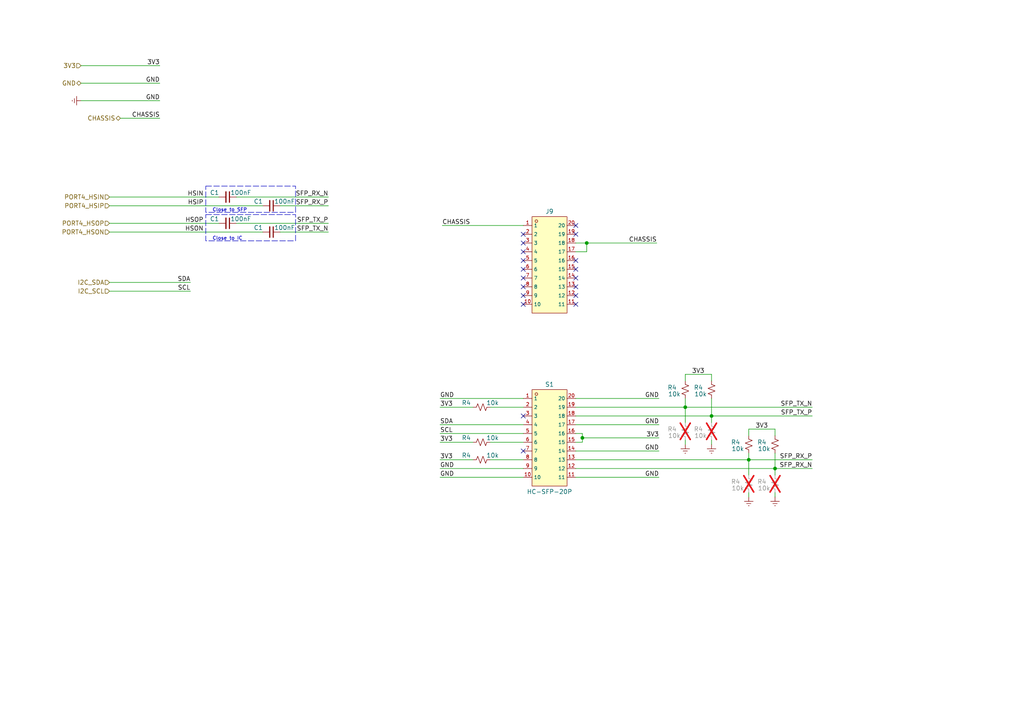
<source format=kicad_sch>
(kicad_sch (version 20230121) (generator eeschema)
  (paper "A4")
  (lib_symbols
    (symbol "LocalSymbolsPrjLib:C_Small" (pin_numbers hide) (pin_names (offset 0.254) hide)
      (property "Reference" "C" (at 0.254 1.778 0))
      (property "Value" "C_Small" (at 0.254 -2.032 0))
      (symbol "C_Small_0_1"
        (polyline (pts (xy -1.524 -0.508) (xy 1.524 -0.508)) (stroke (width 0.3302)))
        (polyline (pts (xy -1.524 0.508) (xy 1.524 0.508)) (stroke (width 0.3048)))
      )
      (symbol "C_Small_1_1"
        (pin passive line (at 0 2.54 270) (length 2.032) (name "~") (number "1"))
        (pin passive line (at 0 -2.54 90) (length 2.032) (name "~") (number "2"))
      )
    )
    (symbol "LocalSymbolsPrjLib:HC-SFP-01L"
      (property "Reference" "J" (at 0 1.27 0))
      (symbol "HC-SFP-01L_0_1"
        (rectangle (start -5.08 13.97) (end 5.08 -13.97) (fill (type background)))
        (circle (center -3.81 12.7) (radius 0.381) (fill (type background)))
        (pin unspecified line (at -7.62 11.43 0) (length 2.54) (name "1") (number "1"))
        (pin unspecified line (at -7.62 -11.43 0) (length 2.54) (name "10") (number "10"))
        (pin unspecified line (at 7.62 -11.43 180) (length 2.54) (name "11") (number "11"))
        (pin unspecified line (at 7.62 -8.89 180) (length 2.54) (name "12") (number "12"))
        (pin unspecified line (at 7.62 -6.35 180) (length 2.54) (name "13") (number "13"))
        (pin unspecified line (at 7.62 -3.81 180) (length 2.54) (name "14") (number "14"))
        (pin unspecified line (at 7.62 -1.27 180) (length 2.54) (name "15") (number "15"))
        (pin unspecified line (at 7.62 1.27 180) (length 2.54) (name "16") (number "16"))
        (pin unspecified line (at 7.62 3.81 180) (length 2.54) (name "17") (number "17"))
        (pin unspecified line (at 7.62 6.35 180) (length 2.54) (name "18") (number "18"))
        (pin unspecified line (at 7.62 8.89 180) (length 2.54) (name "19") (number "19"))
        (pin unspecified line (at -7.62 8.89 0) (length 2.54) (name "2") (number "2"))
        (pin unspecified line (at 7.62 11.43 180) (length 2.54) (name "20") (number "20"))
        (pin unspecified line (at -7.62 6.35 0) (length 2.54) (name "3") (number "3"))
        (pin unspecified line (at -7.62 3.81 0) (length 2.54) (name "4") (number "4"))
        (pin unspecified line (at -7.62 1.27 0) (length 2.54) (name "5") (number "5"))
        (pin unspecified line (at -7.62 -1.27 0) (length 2.54) (name "6") (number "6"))
        (pin unspecified line (at -7.62 -3.81 0) (length 2.54) (name "7") (number "7"))
        (pin unspecified line (at -7.62 -6.35 0) (length 2.54) (name "8") (number "8"))
        (pin unspecified line (at -7.62 -8.89 0) (length 2.54) (name "9") (number "9"))
      )
    )
    (symbol "LocalSymbolsPrjLib:HC-SFP-20P"
      (property "Reference" "S" (at 0 1.27 0))
      (property "Value" "HC-SFP-20P" (at 0 -2.54 0))
      (symbol "HC-SFP-20P_0_1"
        (rectangle (start -5.08 13.97) (end 5.08 -13.97) (fill (type background)))
        (circle (center -3.81 12.7) (radius 0.381) (fill (type background)))
        (pin unspecified line (at -7.62 11.43 0) (length 2.54) (name "1") (number "1"))
        (pin unspecified line (at -7.62 -11.43 0) (length 2.54) (name "10") (number "10"))
        (pin unspecified line (at 7.62 -11.43 180) (length 2.54) (name "11") (number "11"))
        (pin unspecified line (at 7.62 -8.89 180) (length 2.54) (name "12") (number "12"))
        (pin unspecified line (at 7.62 -6.35 180) (length 2.54) (name "13") (number "13"))
        (pin unspecified line (at 7.62 -3.81 180) (length 2.54) (name "14") (number "14"))
        (pin unspecified line (at 7.62 -1.27 180) (length 2.54) (name "15") (number "15"))
        (pin unspecified line (at 7.62 1.27 180) (length 2.54) (name "16") (number "16"))
        (pin unspecified line (at 7.62 3.81 180) (length 2.54) (name "17") (number "17"))
        (pin unspecified line (at 7.62 6.35 180) (length 2.54) (name "18") (number "18"))
        (pin unspecified line (at 7.62 8.89 180) (length 2.54) (name "19") (number "19"))
        (pin unspecified line (at -7.62 8.89 0) (length 2.54) (name "2") (number "2"))
        (pin unspecified line (at 7.62 11.43 180) (length 2.54) (name "20") (number "20"))
        (pin unspecified line (at -7.62 6.35 0) (length 2.54) (name "3") (number "3"))
        (pin unspecified line (at -7.62 3.81 0) (length 2.54) (name "4") (number "4"))
        (pin unspecified line (at -7.62 1.27 0) (length 2.54) (name "5") (number "5"))
        (pin unspecified line (at -7.62 -1.27 0) (length 2.54) (name "6") (number "6"))
        (pin unspecified line (at -7.62 -3.81 0) (length 2.54) (name "7") (number "7"))
        (pin unspecified line (at -7.62 -6.35 0) (length 2.54) (name "8") (number "8"))
        (pin unspecified line (at -7.62 -8.89 0) (length 2.54) (name "9") (number "9"))
      )
    )
    (symbol "LocalSymbolsPrjLib:R_Small_US" (pin_numbers hide) (pin_names (offset 0.254) hide)
      (property "Reference" "R" (at 0.762 0.508 0))
      (property "Value" "R_Small_US" (at 0.762 -1.016 0))
      (symbol "R_Small_US_1_1"
        (polyline (pts (xy 0 0) (xy 1.016 -0.381) (xy 0 -0.762) (xy -1.016 -1.143) (xy 0 -1.524)))
        (polyline (pts (xy 0 1.524) (xy 1.016 1.143) (xy 0 0.762) (xy -1.016 0.381) (xy 0 0)))
        (pin passive line (at 0 2.54 270) (length 1.016) (name "~") (number "1"))
        (pin passive line (at 0 -2.54 90) (length 1.016) (name "~") (number "2"))
      )
    )
    (symbol "power:GNDREF" (power) (pin_names (offset 0))
      (property "Value" "GNDREF" (at 0 -3.81 0))
      (symbol "GNDREF_0_1"
        (polyline (pts (xy -0.635 -1.905) (xy 0.635 -1.905)))
        (polyline (pts (xy -0.127 -2.54) (xy 0.127 -2.54)))
        (polyline (pts (xy 0 -1.27) (xy 0 0)))
        (polyline (pts (xy 1.27 -1.27) (xy -1.27 -1.27)))
      )
      (symbol "GNDREF_1_1"
        (pin power_in line (at 0 0 270) (length 0) hide (name "GNDREF") (number "1"))
      )
    )
  )
  (junction (at 224.79 135.89))
  (junction (at 170.18 70.485))
  (junction (at 217.17 133.35))
  (junction (at 168.91 127))
  (junction (at 206.375 120.65))
  (junction (at 198.755 118.11))
  (no_connect (at 151.765 120.65))
  (no_connect (at 151.765 85.725))
  (no_connect (at 167.005 65.405))
  (no_connect (at 151.765 88.265))
  (no_connect (at 167.005 75.565))
  (no_connect (at 167.005 88.265))
  (no_connect (at 167.005 78.105))
  (no_connect (at 151.765 130.81))
  (no_connect (at 151.765 73.025))
  (no_connect (at 151.765 80.645))
  (no_connect (at 151.765 75.565))
  (no_connect (at 167.005 83.185))
  (no_connect (at 167.005 80.645))
  (no_connect (at 167.005 85.725))
  (no_connect (at 167.005 67.945))
  (no_connect (at 151.765 83.185))
  (no_connect (at 151.765 70.485))
  (no_connect (at 151.765 67.945))
  (no_connect (at 151.765 78.105))
  (wire (pts (xy 167.005 120.65) (xy 206.375 120.65)))
  (wire (pts (xy 167.005 133.35) (xy 217.17 133.35)))
  (wire (pts (xy 167.005 138.43) (xy 191.135 138.43)))
  (wire (pts (xy 127.635 123.19) (xy 151.765 123.19)))
  (wire (pts (xy 167.005 115.57) (xy 191.135 115.57)))
  (wire (pts (xy 46.355 24.13) (xy 23.495 24.13)))
  (wire (pts (xy 217.17 126.365) (xy 217.17 124.46)))
  (wire (pts (xy 31.75 57.15) (xy 63.5 57.15)))
  (wire (pts (xy 137.16 128.27) (xy 127.635 128.27)))
  (wire (pts (xy 142.24 128.27) (xy 151.765 128.27)))
  (wire (pts (xy 224.79 135.89) (xy 224.79 137.795)))
  (wire (pts (xy 217.17 133.35) (xy 235.585 133.35)))
  (wire (pts (xy 137.16 133.35) (xy 127.635 133.35)))
  (wire (pts (xy 217.17 124.46) (xy 224.79 124.46)))
  (wire (pts (xy 81.28 67.31) (xy 95.25 67.31)))
  (wire (pts (xy 168.91 127) (xy 191.135 127)))
  (wire (pts (xy 168.91 125.73) (xy 168.91 127)))
  (wire (pts (xy 168.91 128.27) (xy 167.005 128.27)))
  (wire (pts (xy 224.79 131.445) (xy 224.79 135.89)))
  (wire (pts (xy 167.005 70.485) (xy 170.18 70.485)))
  (wire (pts (xy 224.79 135.89) (xy 235.585 135.89)))
  (wire (pts (xy 46.355 29.21) (xy 23.495 29.21)))
  (wire (pts (xy 31.75 64.77) (xy 63.5 64.77)))
  (wire (pts (xy 167.005 125.73) (xy 168.91 125.73)))
  (wire (pts (xy 81.28 59.69) (xy 95.25 59.69)))
  (wire (pts (xy 167.005 135.89) (xy 224.79 135.89)))
  (wire (pts (xy 46.355 19.05) (xy 23.495 19.05)))
  (wire (pts (xy 127.635 125.73) (xy 151.765 125.73)))
  (wire (pts (xy 167.005 130.81) (xy 191.135 130.81)))
  (wire (pts (xy 68.58 57.15) (xy 95.25 57.15)))
  (wire (pts (xy 68.58 64.77) (xy 95.25 64.77)))
  (wire (pts (xy 31.75 81.915) (xy 55.245 81.915)))
  (wire (pts (xy 151.765 138.43) (xy 127.635 138.43)))
  (wire (pts (xy 31.75 84.455) (xy 55.245 84.455)))
  (wire (pts (xy 198.755 118.11) (xy 198.755 122.555)))
  (wire (pts (xy 142.24 118.11) (xy 151.765 118.11)))
  (wire (pts (xy 206.375 115.57) (xy 206.375 120.65)))
  (wire (pts (xy 127.635 135.89) (xy 151.765 135.89)))
  (wire (pts (xy 151.765 115.57) (xy 127.635 115.57)))
  (wire (pts (xy 170.18 70.485) (xy 190.5 70.485)))
  (wire (pts (xy 167.005 73.025) (xy 170.18 73.025)))
  (wire (pts (xy 198.755 118.11) (xy 235.585 118.11)))
  (wire (pts (xy 217.17 142.875) (xy 217.17 144.145)))
  (wire (pts (xy 31.75 67.31) (xy 76.2 67.31)))
  (wire (pts (xy 217.17 131.445) (xy 217.17 133.35)))
  (wire (pts (xy 206.375 127.635) (xy 206.375 128.905)))
  (wire (pts (xy 137.16 118.11) (xy 127.635 118.11)))
  (wire (pts (xy 31.75 59.69) (xy 76.2 59.69)))
  (wire (pts (xy 224.79 142.875) (xy 224.79 144.145)))
  (wire (pts (xy 142.24 133.35) (xy 151.765 133.35)))
  (wire (pts (xy 206.375 108.585) (xy 206.375 110.49)))
  (wire (pts (xy 198.755 115.57) (xy 198.755 118.11)))
  (wire (pts (xy 217.17 133.35) (xy 217.17 137.795)))
  (wire (pts (xy 224.79 124.46) (xy 224.79 126.365)))
  (wire (pts (xy 198.755 127.635) (xy 198.755 128.905)))
  (wire (pts (xy 151.765 65.405) (xy 128.27 65.405)))
  (wire (pts (xy 167.005 118.11) (xy 198.755 118.11)))
  (wire (pts (xy 198.755 108.585) (xy 206.375 108.585)))
  (wire (pts (xy 34.925 34.29) (xy 46.355 34.29)))
  (wire (pts (xy 167.005 123.19) (xy 191.135 123.19)))
  (wire (pts (xy 206.375 120.65) (xy 235.585 120.65)))
  (wire (pts (xy 170.18 73.025) (xy 170.18 70.485)))
  (wire (pts (xy 168.91 127) (xy 168.91 128.27)))
  (wire (pts (xy 198.755 110.49) (xy 198.755 108.585)))
  (wire (pts (xy 206.375 120.65) (xy 206.375 122.555)))
  (rectangle (start 59.69 62.23) (end 85.725 69.85) (stroke (width 0) (type dash)))
  (rectangle (start 59.69 53.975) (end 85.725 61.595) (stroke (width 0) (type dash)))
  (text "Close to IC" (at 61.595 69.85 0) (effects (font (size 1 1)) (justify left bottom)))
  (text "Close to SFP" (at 61.595 61.595 0) (effects (font (size 1 1)) (justify left bottom)))
  (label "SFP_TX_P" (at 235.585 120.65 180))
  (label "GND" (at 191.135 115.57 180))
  (label "CHASSIS" (at 46.355 34.29 180))
  (label "SCL" (at 127.635 125.73 0))
  (label "CHASSIS" (at 190.5 70.485 180))
  (label "3V3" (at 127.635 133.35 0))
  (label "GND" (at 127.635 115.57 0))
  (label "GND" (at 127.635 138.43 0))
  (label "SFP_TX_P" (at 95.25 64.77 180))
  (label "SDA" (at 55.245 81.915 180))
  (label "SFP_TX_N" (at 95.25 67.31 180))
  (label "HSIP" (at 59.055 59.69 180))
  (label "SDA" (at 127.635 123.19 0))
  (label "GND" (at 191.135 130.81 180))
  (label "GND" (at 127.635 135.89 0))
  (label "SFP_RX_N" (at 95.25 57.15 180))
  (label "SFP_RX_N" (at 235.585 135.89 180))
  (label "3V3" (at 127.635 128.27 0))
  (label "GND" (at 191.135 138.43 180))
  (label "3V3" (at 127.635 118.11 0))
  (label "HSOP" (at 59.055 64.77 180))
  (label "SFP_TX_N" (at 235.585 118.11 180))
  (label "GND" (at 46.355 24.13 180))
  (label "SFP_RX_P" (at 95.25 59.69 180))
  (label "3V3" (at 219.075 124.46 0))
  (label "GND" (at 46.355 29.21 180))
  (label "HSIN" (at 59.055 57.15 180))
  (label "3V3" (at 46.355 19.05 180))
  (label "SCL" (at 55.245 84.455 180))
  (label "CHASSIS" (at 128.27 65.405 0))
  (label "SFP_RX_P" (at 235.585 133.35 180))
  (label "3V3" (at 191.135 127 180))
  (label "HSON" (at 59.055 67.31 180))
  (label "GND" (at 191.135 123.19 180))
  (label "3V3" (at 200.66 108.585 0))
  (hierarchical_label "GND" (shape bidirectional) (at 23.495 24.13 180))
  (hierarchical_label "PORT4_HSON" (shape input) (at 31.75 67.31 180))
  (hierarchical_label "I2C_SDA" (shape input) (at 31.75 81.915 180))
  (hierarchical_label "3V3" (shape input) (at 23.495 19.05 180))
  (hierarchical_label "I2C_SCL" (shape input) (at 31.75 84.455 180))
  (hierarchical_label "PORT4_HSOP" (shape input) (at 31.75 64.77 180))
  (hierarchical_label "CHASSIS" (shape bidirectional) (at 34.925 34.29 180))
  (hierarchical_label "PORT4_HSIN" (shape input) (at 31.75 57.15 180))
  (hierarchical_label "PORT4_HSIP" (shape input) (at 31.75 59.69 180))
  (symbol (lib_id "LocalSymbolsPrjLib:C_Small") (at 66.04 64.77 270) (unit 1)
    (property "Reference" "C1" (at 62.23 63.5 90))
    (property "Value" "100nF" (at 69.85 63.5 90))
    (property "Footprint" "Capacitor_SMD:C_0402_1005Metric" (effects hide))
    (instances (project "Tangenta" (path "" (reference "C1") (unit 1)) (path "" (reference "C9") (unit 1)) (path "" (reference "C40") (unit 1)) (path "" (reference "C81") (unit 1)) (path "" (reference "C98") (unit 1)) (path "" (reference "C157") (unit 1)) (path "" (reference "C157") (unit 1)) (path "" (reference "C167") (unit 1))))
  )
  (symbol (lib_id "power:GNDREF") (at 217.17 144.145 0) (mirror y) (unit 1)
    (property "Reference" "#PWR013" (effects hide))
    (property "Value" "GNDREF" (effects hide))
    (instances (project "Tangenta" (path "" (reference "#PWR013") (unit 1)) (path "" (reference "#PWR050") (unit 1)) (path "" (reference "#PWR050") (unit 1)) (path "" (reference "#PWR059") (unit 1)) (path "" (reference "#PWR059") (unit 1)) (path "" (reference "#PWR082") (unit 1))))
  )
  (symbol (lib_id "LocalSymbolsPrjLib:R_Small_US") (at 224.79 128.905 180) (unit 1)
    (property "Reference" "R4" (at 220.98 128.27 0))
    (property "Value" "10k" (at 221.615 130.175 0))
    (property "Footprint" "Resistor_SMD:R_0402_1005Metric" (effects hide))
    (instances (project "Tangenta" (path "" (reference "R4") (unit 1)) (path "" (reference "R127") (unit 1)) (path "" (reference "R137") (unit 1)) (path "" (reference "R150") (unit 1))))
  )
  (symbol (lib_id "LocalSymbolsPrjLib:R_Small_US") (at 139.7 118.11 90) (unit 1)
    (property "Reference" "R4" (at 135.255 116.84 90))
    (property "Value" "10k" (at 142.875 116.84 90))
    (property "Footprint" "Resistor_SMD:R_0402_1005Metric" (effects hide))
    (instances (project "Tangenta" (path "" (reference "R4") (unit 1)) (path "" (reference "R127") (unit 1)) (path "" (reference "R137") (unit 1)) (path "" (reference "R141") (unit 1))))
  )
  (symbol (lib_id "LocalSymbolsPrjLib:HC-SFP-01L") (at 159.385 76.835 0) (unit 1)
    (property "Reference" "J9" (at 159.385 61.341 0))
    (property "Value" "HC-SFP-01L" (effects hide))
    (property "Footprint" "SFP_CAGE:TH_HC-SFP-01L" (effects hide))
    (property "Datasheet" "https://atta.szlcsc.com/upload/public/pdf/source/20210914/D263BD6202628DAF148611CD07FFF2AC.pdf" (effects hide))
    (property "LCSC" "C2897292" (effects hide))
    (instances (project "Tangenta" (path "" (reference "J9") (unit 1)) (path "" (reference "J25") (unit 1))))
  )
  (symbol (lib_id "LocalSymbolsPrjLib:R_Small_US") (at 217.17 140.335 180) (unit 1) (in_bom no) (dnp yes)
    (property "Reference" "R4" (at 213.36 139.7 0))
    (property "Value" "10k" (at 213.995 141.605 0))
    (property "Footprint" "Resistor_SMD:R_0402_1005Metric" (effects hide))
    (instances (project "Tangenta" (path "" (reference "R4") (unit 1)) (path "" (reference "R127") (unit 1)) (path "" (reference "R137") (unit 1)) (path "" (reference "R149") (unit 1))))
  )
  (symbol (lib_id "LocalSymbolsPrjLib:R_Small_US") (at 139.7 133.35 90) (unit 1)
    (property "Reference" "R4" (at 135.255 132.08 90))
    (property "Value" "10k" (at 142.875 132.08 90))
    (property "Footprint" "Resistor_SMD:R_0402_1005Metric" (effects hide))
    (instances (project "Tangenta" (path "" (reference "R4") (unit 1)) (path "" (reference "R127") (unit 1)) (path "" (reference "R137") (unit 1)) (path "" (reference "R143") (unit 1))))
  )
  (symbol (lib_id "power:GNDREF") (at 198.755 128.905 0) (mirror y) (unit 1)
    (property "Reference" "#PWR013" (effects hide))
    (property "Value" "GNDREF" (effects hide))
    (instances (project "Tangenta" (path "" (reference "#PWR013") (unit 1)) (path "" (reference "#PWR050") (unit 1)) (path "" (reference "#PWR050") (unit 1)) (path "" (reference "#PWR059") (unit 1)) (path "" (reference "#PWR059") (unit 1)) (path "" (reference "#PWR080") (unit 1))))
  )
  (symbol (lib_id "LocalSymbolsPrjLib:C_Small") (at 78.74 59.69 270) (unit 1)
    (property "Reference" "C1" (at 74.93 58.42 90))
    (property "Value" "100nF" (at 82.55 58.42 90))
    (property "Footprint" "Capacitor_SMD:C_0402_1005Metric" (effects hide))
    (instances (project "Tangenta" (path "" (reference "C1") (unit 1)) (path "" (reference "C9") (unit 1)) (path "" (reference "C40") (unit 1)) (path "" (reference "C81") (unit 1)) (path "" (reference "C98") (unit 1)) (path "" (reference "C157") (unit 1)) (path "" (reference "C157") (unit 1)) (path "" (reference "C168") (unit 1))))
  )
  (symbol (lib_id "power:GNDREF") (at 23.495 29.21 270) (mirror x) (unit 1)
    (property "Reference" "#PWR013" (effects hide))
    (property "Value" "GNDREF" (effects hide))
    (instances (project "Tangenta" (path "" (reference "#PWR013") (unit 1)) (path "" (reference "#PWR050") (unit 1)) (path "" (reference "#PWR050") (unit 1)) (path "" (reference "#PWR059") (unit 1)) (path "" (reference "#PWR059") (unit 1)) (path "" (reference "#PWR079") (unit 1))))
  )
  (symbol (lib_id "LocalSymbolsPrjLib:HC-SFP-20P") (at 159.385 127 0) (unit 1)
    (property "Reference" "S1" (at 159.385 111.506 0))
    (property "Value" "HC-SFP-20P" (at 159.385 142.621 0))
    (property "Footprint" "SFP_Connector:SFP_Connector" (effects hide))
    (property "Datasheet" "https://atta.szlcsc.com/upload/public/pdf/source/20210914/BA7BB8E5B2F161D6EB896D34EBE70234.pdf" (effects hide))
    (property "LCSC" "C2897291" (effects hide))
  )
  (symbol (lib_id "LocalSymbolsPrjLib:R_Small_US") (at 217.17 128.905 180) (unit 1)
    (property "Reference" "R4" (at 213.36 128.27 0))
    (property "Value" "10k" (at 213.995 130.175 0))
    (property "Footprint" "Resistor_SMD:R_0402_1005Metric" (effects hide))
    (instances (project "Tangenta" (path "" (reference "R4") (unit 1)) (path "" (reference "R127") (unit 1)) (path "" (reference "R137") (unit 1)) (path "" (reference "R148") (unit 1))))
  )
  (symbol (lib_id "power:GNDREF") (at 206.375 128.905 0) (mirror y) (unit 1)
    (property "Reference" "#PWR013" (effects hide))
    (property "Value" "GNDREF" (effects hide))
    (instances (project "Tangenta" (path "" (reference "#PWR013") (unit 1)) (path "" (reference "#PWR050") (unit 1)) (path "" (reference "#PWR050") (unit 1)) (path "" (reference "#PWR059") (unit 1)) (path "" (reference "#PWR059") (unit 1)) (path "" (reference "#PWR081") (unit 1))))
  )
  (symbol (lib_id "LocalSymbolsPrjLib:R_Small_US") (at 198.755 113.03 180) (unit 1)
    (property "Reference" "R4" (at 194.945 112.395 0))
    (property "Value" "10k" (at 195.58 114.3 0))
    (property "Footprint" "Resistor_SMD:R_0402_1005Metric" (effects hide))
    (instances (project "Tangenta" (path "" (reference "R4") (unit 1)) (path "" (reference "R127") (unit 1)) (path "" (reference "R137") (unit 1)) (path "" (reference "R144") (unit 1))))
  )
  (symbol (lib_id "LocalSymbolsPrjLib:C_Small") (at 78.74 67.31 270) (unit 1)
    (property "Reference" "C1" (at 74.93 66.04 90))
    (property "Value" "100nF" (at 82.55 66.04 90))
    (property "Footprint" "Capacitor_SMD:C_0402_1005Metric" (effects hide))
    (instances (project "Tangenta" (path "" (reference "C1") (unit 1)) (path "" (reference "C9") (unit 1)) (path "" (reference "C40") (unit 1)) (path "" (reference "C81") (unit 1)) (path "" (reference "C98") (unit 1)) (path "" (reference "C157") (unit 1)) (path "" (reference "C157") (unit 1)) (path "" (reference "C169") (unit 1))))
  )
  (symbol (lib_id "power:GNDREF") (at 224.79 144.145 0) (mirror y) (unit 1)
    (property "Reference" "#PWR013" (effects hide))
    (property "Value" "GNDREF" (effects hide))
    (instances (project "Tangenta" (path "" (reference "#PWR013") (unit 1)) (path "" (reference "#PWR050") (unit 1)) (path "" (reference "#PWR050") (unit 1)) (path "" (reference "#PWR059") (unit 1)) (path "" (reference "#PWR059") (unit 1)) (path "" (reference "#PWR083") (unit 1))))
  )
  (symbol (lib_id "LocalSymbolsPrjLib:R_Small_US") (at 224.79 140.335 180) (unit 1) (in_bom no) (dnp yes)
    (property "Reference" "R4" (at 220.98 139.7 0))
    (property "Value" "10k" (at 221.615 141.605 0))
    (property "Footprint" "Resistor_SMD:R_0402_1005Metric" (effects hide))
    (instances (project "Tangenta" (path "" (reference "R4") (unit 1)) (path "" (reference "R127") (unit 1)) (path "" (reference "R137") (unit 1)) (path "" (reference "R151") (unit 1))))
  )
  (symbol (lib_id "LocalSymbolsPrjLib:C_Small") (at 66.04 57.15 270) (unit 1)
    (property "Reference" "C1" (at 62.23 55.88 90))
    (property "Value" "100nF" (at 69.85 55.88 90))
    (property "Footprint" "Capacitor_SMD:C_0402_1005Metric" (effects hide))
    (instances (project "Tangenta" (path "" (reference "C1") (unit 1)) (path "" (reference "C9") (unit 1)) (path "" (reference "C40") (unit 1)) (path "" (reference "C81") (unit 1)) (path "" (reference "C98") (unit 1)) (path "" (reference "C157") (unit 1)) (path "" (reference "C157") (unit 1)) (path "" (reference "C166") (unit 1))))
  )
  (symbol (lib_id "LocalSymbolsPrjLib:R_Small_US") (at 198.755 125.095 180) (unit 1) (in_bom no) (dnp yes)
    (property "Reference" "R4" (at 194.945 124.46 0))
    (property "Value" "10k" (at 195.58 126.365 0))
    (property "Footprint" "Resistor_SMD:R_0402_1005Metric" (effects hide))
    (instances (project "Tangenta" (path "" (reference "R4") (unit 1)) (path "" (reference "R127") (unit 1)) (path "" (reference "R137") (unit 1)) (path "" (reference "R145") (unit 1))))
  )
  (symbol (lib_id "LocalSymbolsPrjLib:R_Small_US") (at 206.375 113.03 180) (unit 1)
    (property "Reference" "R4" (at 202.565 112.395 0))
    (property "Value" "10k" (at 203.2 114.3 0))
    (property "Footprint" "Resistor_SMD:R_0402_1005Metric" (effects hide))
    (instances (project "Tangenta" (path "" (reference "R4") (unit 1)) (path "" (reference "R127") (unit 1)) (path "" (reference "R137") (unit 1)) (path "" (reference "R146") (unit 1))))
  )
  (symbol (lib_id "LocalSymbolsPrjLib:R_Small_US") (at 139.7 128.27 90) (unit 1)
    (property "Reference" "R4" (at 135.255 127 90))
    (property "Value" "10k" (at 142.875 127 90))
    (property "Footprint" "Resistor_SMD:R_0402_1005Metric" (effects hide))
    (instances (project "Tangenta" (path "" (reference "R4") (unit 1)) (path "" (reference "R127") (unit 1)) (path "" (reference "R137") (unit 1)) (path "" (reference "R142") (unit 1))))
  )
  (symbol (lib_id "LocalSymbolsPrjLib:R_Small_US") (at 206.375 125.095 180) (unit 1) (in_bom no) (dnp yes)
    (property "Reference" "R4" (at 202.565 124.46 0))
    (property "Value" "10k" (at 203.2 126.365 0))
    (property "Footprint" "Resistor_SMD:R_0402_1005Metric" (effects hide))
    (instances (project "Tangenta" (path "" (reference "R4") (unit 1)) (path "" (reference "R127") (unit 1)) (path "" (reference "R137") (unit 1)) (path "" (reference "R147") (unit 1))))
  )
)
</source>
